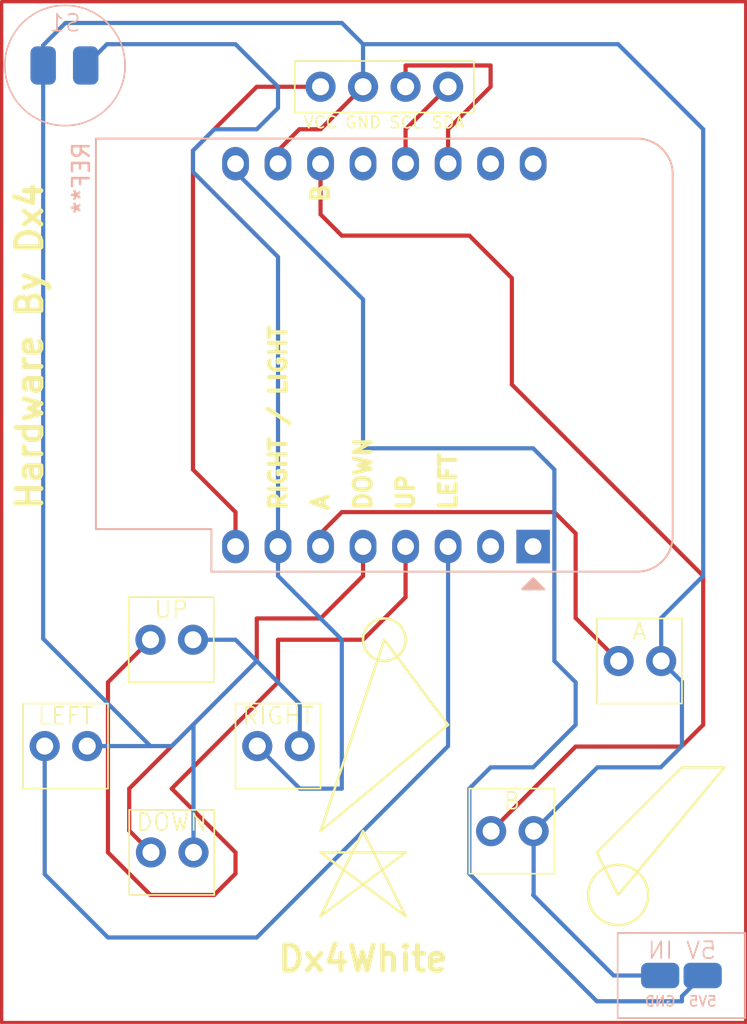
<source format=kicad_pcb>
(kicad_pcb (version 20221018) (generator pcbnew)
  (layers (0 "F.Cu" signal) (31 "B.Cu" signal) (34 "B.Paste" user) (35 "F.Paste" user) (36 "B.SilkS" user "B.Silkscreen") (37 "F.SilkS" user "F.Silkscreen") (38 "B.Mask" user) (39 "F.Mask" user) (44 "Edge.Cuts" user))
  (net 0 "")
  (footprint "WiFiTools:logo" (layer "F.Cu") (at 165.1 118.11)
    (fp_text reference "" (at 0 0) (layer "F.SilkS") (effects (font (size 1.5 1.5) (thickness 0.3))))
    (fp_text value "LOGO" hide)
  )
  (footprint "WiFiTools:Button" (layer "F.Cu") (at 144.75 114.3)
    (fp_text reference "UP" (at 0 -1.8 unlocked) (layer "F.SilkS") (effects (font (thickness 0.1))))
    (fp_text value "Button")
    (fp_line (start -2.54 -2.54) (end 2.54 -2.54) (stroke (width 0.1)) (layer "F.SilkS"))
    (fp_line (start -2.54 2.54) (end -2.54 -2.54) (stroke (width 0.1)) (layer "F.SilkS"))
    (fp_line (start 2.54 -2.54) (end 2.54 2.54) (stroke (width 0.1)) (layer "F.SilkS"))
    (fp_line (start 2.54 2.54) (end -2.54 2.54) (stroke (width 0.1)) (layer "F.SilkS"))
    (pad "1" thru_hole circle (at -1.24 0) (size 1.8 1.8) (drill 1.016) (layers "*.Cu" "*.Mask"))
    (pad "2" thru_hole circle (at 1.3 0) (size 1.8 1.8) (drill 1.016) (layers "*.Cu" "*.Mask"))
  )
  (footprint "WiFiTools:Button" (layer "F.Cu") (at 138.43 120.65)
    (fp_text reference "LEFT" (at 0 -1.8 unlocked) (layer "F.SilkS") (effects (font (thickness 0.1))))
    (fp_text value "Button")
    (fp_line (start -2.54 -2.54) (end 2.54 -2.54) (stroke (width 0.1)) (layer "F.SilkS"))
    (fp_line (start -2.54 2.54) (end -2.54 -2.54) (stroke (width 0.1)) (layer "F.SilkS"))
    (fp_line (start 2.54 -2.54) (end 2.54 2.54) (stroke (width 0.1)) (layer "F.SilkS"))
    (fp_line (start 2.54 2.54) (end -2.54 2.54) (stroke (width 0.1)) (layer "F.SilkS"))
    (pad "1" thru_hole circle (at -1.24 0) (size 1.8 1.8) (drill 1.016) (layers "*.Cu" "*.Mask"))
    (pad "2" thru_hole circle (at 1.3 0) (size 1.8 1.8) (drill 1.016) (layers "*.Cu" "*.Mask"))
  )
  (footprint "WiFiTools:Button" (layer "F.Cu") (at 144.78 127)
    (fp_text reference "DOWN" (at 0 -1.8 unlocked) (layer "F.SilkS") (effects (font (thickness 0.1))))
    (fp_text value "Button")
    (fp_line (start -2.54 -2.54) (end 2.54 -2.54) (stroke (width 0.1)) (layer "F.SilkS"))
    (fp_line (start -2.54 2.54) (end -2.54 -2.54) (stroke (width 0.1)) (layer "F.SilkS"))
    (fp_line (start 2.54 -2.54) (end 2.54 2.54) (stroke (width 0.1)) (layer "F.SilkS"))
    (fp_line (start 2.54 2.54) (end -2.54 2.54) (stroke (width 0.1)) (layer "F.SilkS"))
    (pad "1" thru_hole circle (at -1.24 0) (size 1.8 1.8) (drill 1.016) (layers "*.Cu" "*.Mask"))
    (pad "2" thru_hole circle (at 1.3 0) (size 1.8 1.8) (drill 1.016) (layers "*.Cu" "*.Mask"))
  )
  (footprint "WiFiTools:Button" (layer "F.Cu") (at 151.13 120.65)
    (fp_text reference "RIGHT" (at 0 -1.8 unlocked) (layer "F.SilkS") (effects (font (thickness 0.1))))
    (fp_text value "Button")
    (fp_line (start -2.54 -2.54) (end 2.54 -2.54) (stroke (width 0.1)) (layer "F.SilkS"))
    (fp_line (start -2.54 2.54) (end -2.54 -2.54) (stroke (width 0.1)) (layer "F.SilkS"))
    (fp_line (start 2.54 -2.54) (end 2.54 2.54) (stroke (width 0.1)) (layer "F.SilkS"))
    (fp_line (start 2.54 2.54) (end -2.54 2.54) (stroke (width 0.1)) (layer "F.SilkS"))
    (pad "1" thru_hole circle (at -1.24 0) (size 1.8 1.8) (drill 1.016) (layers "*.Cu" "*.Mask"))
    (pad "2" thru_hole circle (at 1.3 0) (size 1.8 1.8) (drill 1.016) (layers "*.Cu" "*.Mask"))
  )
  (footprint "WiFiTools:Button" (layer "F.Cu") (at 172.72 115.57)
    (fp_text reference "A" (at 0 -1.8 unlocked) (layer "F.SilkS") (effects (font (thickness 0.1))))
    (fp_text value "Button")
    (fp_line (start -2.54 -2.54) (end 2.54 -2.54) (stroke (width 0.1)) (layer "F.SilkS"))
    (fp_line (start -2.54 2.54) (end -2.54 -2.54) (stroke (width 0.1)) (layer "F.SilkS"))
    (fp_line (start 2.54 -2.54) (end 2.54 2.54) (stroke (width 0.1)) (layer "F.SilkS"))
    (fp_line (start 2.54 2.54) (end -2.54 2.54) (stroke (width 0.1)) (layer "F.SilkS"))
    (pad "1" thru_hole circle (at -1.24 0) (size 1.8 1.8) (drill 1.016) (layers "*.Cu" "*.Mask"))
    (pad "2" thru_hole circle (at 1.3 0) (size 1.8 1.8) (drill 1.016) (layers "*.Cu" "*.Mask"))
  )
  (footprint "WiFiTools:Button" (layer "F.Cu") (at 165.1 125.73)
    (fp_text reference "B" (at 0 -1.8 unlocked) (layer "F.SilkS") (effects (font (thickness 0.1))))
    (fp_text value "Button" hide)
    (fp_line (start -2.54 -2.54) (end 2.54 -2.54) (stroke (width 0.1)) (layer "F.SilkS"))
    (fp_line (start -2.54 2.54) (end -2.54 -2.54) (stroke (width 0.1)) (layer "F.SilkS"))
    (fp_line (start 2.54 -2.54) (end 2.54 2.54) (stroke (width 0.1)) (layer "F.SilkS"))
    (fp_line (start 2.54 2.54) (end -2.54 2.54) (stroke (width 0.1)) (layer "F.SilkS"))
    (pad "1" thru_hole circle (at -1.24 0) (size 1.8 1.8) (drill 1.016) (layers "*.Cu" "*.Mask"))
    (pad "2" thru_hole circle (at 1.3 0) (size 1.8 1.8) (drill 1.016) (layers "*.Cu" "*.Mask"))
  )
  (footprint "WiFiTools:oled" (layer "F.Cu") (at 158.75 86.36)
    (fp_text reference "Display" hide)
    (fp_text value "oled")
    (fp_text user "SDA" (at 2.54 -2.54 unlocked) (layer "F.SilkS") (effects (font (size 0.7 0.7) (thickness 0.1)) (justify bottom)))
    (fp_text user "SCL" (at 0 -2.54 unlocked) (layer "F.SilkS") (effects (font (size 0.7 0.7) (thickness 0.1)) (justify bottom)))
    (fp_text user "VCC" (at -5.08 -2.54 unlocked) (layer "F.SilkS") (effects (font (size 0.7 0.7) (thickness 0.1)) (justify bottom)))
    (fp_text user "GND" (at -2.54 -2.54 unlocked) (layer "F.SilkS") (effects (font (size 0.7 0.7) (thickness 0.1)) (justify bottom)))
    (fp_line (start -6.62 -6.62) (end 4.08 -6.62) (stroke (width 0.1)) (layer "F.SilkS"))
    (fp_line (start -6.62 -3.54) (end -6.62 -6.62) (stroke (width 0.1)) (layer "F.SilkS"))
    (fp_line (start 4.08 -6.62) (end 4.08 -3.54) (stroke (width 0.1)) (layer "F.SilkS"))
    (fp_line (start 4.08 -3.54) (end -6.62 -3.54) (stroke (width 0.1)) (layer "F.SilkS"))
    (pad "1" thru_hole circle (at -5.08 -5.08) (size 1.8 1.8) (drill 1.016) (layers "*.Cu" "*.Mask"))
    (pad "2" thru_hole circle (at -2.54 -5.08) (size 1.8 1.8) (drill 1.016) (layers "*.Cu" "*.Mask"))
    (pad "3" thru_hole circle (at 0 -5.08) (size 1.8 1.8) (drill 1.016) (layers "*.Cu" "*.Mask"))
    (pad "4" thru_hole circle (at 2.54 -5.08) (size 1.8 1.8) (drill 1.016) (layers "*.Cu" "*.Mask"))
  )
  (footprint "Module:WEMOS_D1_mini_light" (layer "B.Cu") (at 166.37 108.735 90)
    (fp_text reference "REF**" (at 22 -27 90) (layer "B.SilkS") (effects (justify mirror)))
    (fp_text value "WEMOS_D1_mini_light")
    (fp_line (start -1.5 -19.22) (end -1.5 6.21) (stroke (width 0.12)) (layer "B.SilkS"))
    (fp_line (start -1.5 -19.22) (end 1.04 -19.22) (stroke (width 0.12)) (layer "B.SilkS"))
    (fp_line (start 1.04 -26.12) (end 24.36 -26.12) (stroke (width 0.12)) (layer "B.SilkS"))
    (fp_line (start 1.04 -19.22) (end 1.04 -26.12) (stroke (width 0.12)) (layer "B.SilkS"))
    (fp_line (start 22.24 8.34) (end 0.63 8.34) (stroke (width 0.12)) (layer "B.SilkS"))
    (fp_line (start 24.36 -26.12) (end 24.36 6.21) (stroke (width 0.12)) (layer "B.SilkS"))
    (fp_arc (start 0.63 8.34) (mid -0.876137 7.716137) (end -1.5 6.21) (stroke (width 0.12)) (layer "B.SilkS"))
    (fp_arc (start 24.36 6.21) (mid 23.736137 7.716137) (end 22.23 8.34) (stroke (width 0.12)) (layer "B.SilkS"))
    (fp_poly (pts (xy -2.54 0.635) (xy -2.54 -0.635) (xy -1.905 0)) (stroke (width 0.15)) (fill solid) (layer "B.SilkS"))
    (pad "1" thru_hole rect (at 0 0 90) (size 2 2) (drill 1) (layers "*.Cu" "*.Mask"))
    (pad "2" thru_hole oval (at 0 -2.54 90) (size 2 1.6) (drill 1) (layers "*.Cu" "*.Mask"))
    (pad "3" thru_hole oval (at 0 -5.08 90) (size 2 1.6) (drill 1) (layers "*.Cu" "*.Mask"))
    (pad "4" thru_hole oval (at 0 -7.62 90) (size 2 1.6) (drill 1) (layers "*.Cu" "*.Mask"))
    (pad "5" thru_hole oval (at 0 -10.16 90) (size 2 1.6) (drill 1) (layers "*.Cu" "*.Mask"))
    (pad "6" thru_hole oval (at 0 -12.7 90) (size 2 1.6) (drill 1) (layers "*.Cu" "*.Mask"))
    (pad "7" thru_hole oval (at 0 -15.24 90) (size 2 1.6) (drill 1) (layers "*.Cu" "*.Mask"))
    (pad "8" thru_hole oval (at 0 -17.78 90) (size 2 1.6) (drill 1) (layers "*.Cu" "*.Mask"))
    (pad "9" thru_hole oval (at 22.86 -17.78 90) (size 2 1.6) (drill 1) (layers "*.Cu" "*.Mask"))
    (pad "10" thru_hole oval (at 22.86 -15.24 90) (size 2 1.6) (drill 1) (layers "*.Cu" "*.Mask"))
    (pad "11" thru_hole oval (at 22.86 -12.7 90) (size 2 1.6) (drill 1) (layers "*.Cu" "*.Mask"))
    (pad "12" thru_hole oval (at 22.86 -10.16 90) (size 2 1.6) (drill 1) (layers "*.Cu" "*.Mask"))
    (pad "13" thru_hole oval (at 22.86 -7.62 90) (size 2 1.6) (drill 1) (layers "*.Cu" "*.Mask"))
    (pad "14" thru_hole oval (at 22.86 -5.08 90) (size 2 1.6) (drill 1) (layers "*.Cu" "*.Mask"))
    (pad "15" thru_hole oval (at 22.86 -2.54 90) (size 2 1.6) (drill 1) (layers "*.Cu" "*.Mask"))
    (pad "16" thru_hole oval (at 22.86 0 90) (size 2 1.6) (drill 1) (layers "*.Cu" "*.Mask"))
  )
  (footprint "WiFiTools:Power 5V" (layer "B.Cu") (at 175.26 133.35 180)
    (fp_text reference "5V IN" (at 0 0.5 unlocked) (layer "B.SilkS") (effects (font (thickness 0.1)) (justify mirror)))
    (fp_text value "Power 5V")
    (fp_text user "5V5" (at -1.24 -2.54 unlocked) (layer "B.SilkS") (effects (font (size 0.6 0.6) (thickness 0.1)) (justify mirror)))
    (fp_text user "GND" (at 1.3 -2.54 unlocked) (layer "B.SilkS") (effects (font (size 0.6 0.6) (thickness 0.1)) (justify mirror)))
    (fp_line (start -3.78 -3.54) (end -3.78 1.54) (stroke (width 0.1)) (layer "B.SilkS"))
    (fp_line (start -3.78 1.54) (end 3.84 1.54) (stroke (width 0.1)) (layer "B.SilkS"))
    (fp_line (start 3.84 -3.54) (end -3.78 -3.54) (stroke (width 0.1)) (layer "B.SilkS"))
    (fp_line (start 3.84 1.54) (end 3.84 -3.54) (stroke (width 0.1)) (layer "B.SilkS"))
    (pad "1" smd roundrect (at -1.24 -1 180) (size 2.286 1.524) (layers "B.Cu" "B.Paste" "B.Mask"))
    (pad "2" smd roundrect (at 1.3 -1 180) (size 2.286 1.524) (layers "B.Cu" "B.Paste" "B.Mask"))
  )
  (footprint "WiFiTools:Senter" (layer "B.Cu") (at 138.4 80.01 180)
    (fp_text reference "S1" (at 0 2.54 unlocked) (layer "B.SilkS") (effects (font (thickness 0.1)) (justify mirror)))
    (fp_text value "Senter")
    (fp_circle (center 0 0) (end -2.54 2.54) (stroke (width 0.1)) (fill none) (layer "B.SilkS"))
    (pad "1" smd roundrect (at -1.24 0 90) (size 2.286 1.524) (layers "B.Cu" "B.Paste" "B.Mask"))
    (pad "2" smd roundrect (at 1.3 0 90) (size 2.286 1.524) (layers "B.Cu" "B.Paste" "B.Mask"))
  )
  (gr_line (start 179.07 137.16) (end 179.07 76.2) (stroke (width 0.2)) (layer "F.Cu"))
  (gr_line (start 179.07 76.2) (end 134.62 76.2) (stroke (width 0.2)) (layer "F.Cu"))
  (gr_line (start 134.62 137.16) (end 179.07 137.16) (stroke (width 0.2)) (layer "F.Cu"))
  (gr_line (start 134.62 76.2) (end 134.62 137.16) (stroke (width 0.2)) (layer "F.Cu"))
  (gr_line (start 153.67 127) (end 158.75 127) (stroke (width 0.15)) (layer "F.SilkS"))
  (gr_line (start 153.67 130.81) (end 156.21 125.73) (stroke (width 0.15)) (layer "F.SilkS"))
  (gr_line (start 175.26 121.92) (end 177.8 121.92) (stroke (width 0.15)) (layer "F.SilkS"))
  (gr_line (start 157.48 114.3) (end 161.29 119.38) (stroke (width 0.15)) (layer "F.SilkS"))
  (gr_line (start 161.29 119.38) (end 153.67 125.73) (stroke (width 0.15)) (layer "F.SilkS"))
  (gr_line (start 171.45 129.54) (end 170.18 127) (stroke (width 0.15)) (layer "F.SilkS"))
  (gr_line (start 158.75 130.81) (end 153.67 127) (stroke (width 0.15)) (layer "F.SilkS"))
  (gr_line (start 153.67 125.73) (end 157.48 114.3) (stroke (width 0.15)) (layer "F.SilkS"))
  (gr_circle (center 157.48 114.3) (end 158.75 114.3) (stroke (width 0.15)) (fill none) (layer "F.SilkS"))
  (gr_line (start 170.18 127) (end 175.26 121.92) (stroke (width 0.15)) (layer "F.SilkS"))
  (gr_line (start 177.8 121.92) (end 171.45 129.54) (stroke (width 0.15)) (layer "F.SilkS"))
  (gr_line (start 158.75 127) (end 153.67 130.81) (stroke (width 0.15)) (layer "F.SilkS"))
  (gr_line (start 156.21 125.73) (end 158.75 130.81) (stroke (width 0.15)) (layer "F.SilkS"))
  (gr_circle (center 171.45 129.54) (end 170.18 130.81) (stroke (width 0.15)) (fill none) (layer "F.SilkS"))
  (gr_text "Dx4White" (at 156.21 133.35) (layer "F.SilkS") (effects (font (size 1.5 1.5) (thickness 0.3) bold)))
  (gr_text "RIGHT / LIGHT\n" (at 151.13 106.68 90) (layer "F.SilkS") (effects (font (size 1 1) (thickness 0.25) bold) (justify left)))
  (gr_text "B" (at 153.67 87.63 90) (layer "F.SilkS") (effects (font (size 1 1) (thickness 0.25) bold)))
  (gr_text "DOWN" (at 156.21 106.68 90) (layer "F.SilkS") (effects (font (size 1 1) (thickness 0.25) bold) (justify left)))
  (gr_text "UP" (at 158.75 106.68 90) (layer "F.SilkS") (effects (font (size 1 1) (thickness 0.25) bold) (justify left)))
  (gr_text "LEFT" (at 161.29 106.68 90) (layer "F.SilkS") (effects (font (size 1 1) (thickness 0.25) bold) (justify left)))
  (gr_text "Hardware By Dx4" (at 137.16 106.68 90) (layer "F.SilkS") (effects (font (size 1.5 1.5) (thickness 0.3) bold) (justify left bottom)))
  (gr_text "A" (at 153.67 106.68 90) (layer "F.SilkS") (effects (font (size 1 1) (thickness 0.25) bold) (justify left)))
  (segment (start 168.91 113) (end 171.48 115.57) (width 0.25) (layer "F.Cu") (net 0))
  (segment (start 153.67 85.875) (end 153.67 88.9) (width 0.25) (layer "F.Cu") (net 0))
  (segment (start 167.64 106.68) (end 168.91 107.95) (width 0.25) (layer "F.Cu") (net 0))
  (segment (start 148.59 128.27) (end 148.59 127) (width 0.25) (layer "F.Cu") (net 0))
  (segment (start 148.59 106.68) (end 146.05 104.14) (width 0.25) (layer "F.Cu") (net 0))
  (segment (start 158.75 111.76) (end 158.75 108.735) (width 0.25) (layer "F.Cu") (net 0))
  (segment (start 161.29 83.82) (end 163.83 81.28) (width 0.25) (layer "F.Cu") (net 0))
  (segment (start 149.86 115.57) (end 142.24 123.19) (width 0.25) (layer "F.Cu") (net 0))
  (segment (start 153.67 108.735) (end 153.67 107.95) (width 0.25) (layer "F.Cu") (net 0))
  (segment (start 152.4 83.82) (end 151.13 85.09) (width 0.25) (layer "F.Cu") (net 0))
  (segment (start 156.21 114.3) (end 158.75 111.76) (width 0.25) (layer "F.Cu") (net 0))
  (segment (start 140.97 127) (end 143.51 129.54) (width 0.25) (layer "F.Cu") (net 0))
  (segment (start 153.67 113.03) (end 149.86 113.03) (width 0.25) (layer "F.Cu") (net 0))
  (segment (start 154.94 90.17) (end 162.56 90.17) (width 0.25) (layer "F.Cu") (net 0))
  (segment (start 161.29 81.28) (end 158.75 83.82) (width 0.25) (layer "F.Cu") (net 0))
  (segment (start 149.86 81.28) (end 153.67 81.28) (width 0.25) (layer "F.Cu") (net 0))
  (segment (start 165.1 92.71) (end 165.1 99.06) (width 0.25) (layer "F.Cu") (net 0))
  (segment (start 176.53 110.49) (end 176.53 119.38) (width 0.25) (layer "F.Cu") (net 0))
  (segment (start 163.83 80.01) (end 158.75 80.01) (width 0.25) (layer "F.Cu") (net 0))
  (segment (start 148.59 127) (end 144.78 123.19) (width 0.25) (layer "F.Cu") (net 0))
  (segment (start 147.32 129.54) (end 148.59 128.27) (width 0.25) (layer "F.Cu") (net 0))
  (segment (start 143.51 114.3) (end 140.97 116.84) (width 0.25) (layer "F.Cu") (net 0))
  (segment (start 175.23 120.68) (end 168.91 120.68) (width 0.25) (layer "F.Cu") (net 0))
  (segment (start 153.67 88.9) (end 154.94 90.17) (width 0.25) (layer "F.Cu") (net 0))
  (segment (start 176.53 119.38) (end 175.23 120.68) (width 0.25) (layer "F.Cu") (net 0))
  (segment (start 142.24 123.19) (end 142.24 125.7) (width 0.25) (layer "F.Cu") (net 0))
  (segment (start 158.75 83.82) (end 158.75 85.875) (width 0.25) (layer "F.Cu") (net 0))
  (segment (start 148.59 108.735) (end 148.59 106.68) (width 0.25) (layer "F.Cu") (net 0))
  (segment (start 146.05 85.09) (end 149.86 81.28) (width 0.25) (layer "F.Cu") (net 0))
  (segment (start 144.78 123.19) (end 151.13 116.84) (width 0.25) (layer "F.Cu") (net 0))
  (segment (start 153.67 83.82) (end 152.4 83.82) (width 0.25) (layer "F.Cu") (net 0))
  (segment (start 156.21 110.49) (end 153.67 113.03) (width 0.25) (layer "F.Cu") (net 0))
  (segment (start 158.75 80.01) (end 158.75 81.28) (width 0.25) (layer "F.Cu") (net 0))
  (segment (start 143.51 129.54) (end 147.32 129.54) (width 0.25) (layer "F.Cu") (net 0))
  (segment (start 153.67 107.95) (end 154.94 106.68) (width 0.25) (layer "F.Cu") (net 0))
  (segment (start 149.86 113.03) (end 149.86 115.57) (width 0.25) (layer "F.Cu") (net 0))
  (segment (start 142.24 125.7) (end 143.54 127) (width 0.25) (layer "F.Cu") (net 0))
  (segment (start 168.91 107.95) (end 168.91 113) (width 0.25) (layer "F.Cu") (net 0))
  (segment (start 151.13 116.84) (end 151.13 114.3) (width 0.25) (layer "F.Cu") (net 0))
  (segment (start 156.21 108.735) (end 156.21 110.49) (width 0.25) (layer "F.Cu") (net 0))
  (segment (start 146.05 104.14) (end 146.05 85.09) (width 0.25) (layer "F.Cu") (net 0))
  (segment (start 168.91 120.68) (end 163.86 125.73) (width 0.25) (layer "F.Cu") (net 0))
  (segment (start 154.94 106.68) (end 167.64 106.68) (width 0.25) (layer "F.Cu") (net 0))
  (segment (start 161.29 85.875) (end 161.29 83.82) (width 0.25) (layer "F.Cu") (net 0))
  (segment (start 156.21 81.28) (end 153.67 83.82) (width 0.25) (layer "F.Cu") (net 0))
  (segment (start 165.1 99.06) (end 176.53 110.49) (width 0.25) (layer "F.Cu") (net 0))
  (segment (start 151.13 85.09) (end 151.13 85.875) (width 0.25) (layer "F.Cu") (net 0))
  (segment (start 140.97 116.84) (end 140.97 127) (width 0.25) (layer "F.Cu") (net 0))
  (segment (start 151.13 114.3) (end 156.21 114.3) (width 0.25) (layer "F.Cu") (net 0))
  (segment (start 162.56 90.17) (end 165.1 92.71) (width 0.25) (layer "F.Cu") (net 0))
  (segment (start 163.83 81.28) (end 163.83 80.01) (width 0.25) (layer "F.Cu") (net 0))
  (segment (start 154.94 123.19) (end 152.43 123.19) (width 0.25) (layer "B.Cu") (net 0))
  (segment (start 170.21 121.92) (end 173.99 121.92) (width 0.25) (layer "B.Cu") (net 0))
  (segment (start 171.45 78.74) (end 156.21 78.74) (width 0.25) (layer "B.Cu") (net 0))
  (segment (start 146.05 114.3) (end 148.59 114.3) (width 0.25) (layer "B.Cu") (net 0))
  (segment (start 156.21 78.74) (end 156.21 81.28) (width 0.25) (layer "B.Cu") (net 0))
  (segment (start 149.86 83.82) (end 147.32 83.82) (width 0.25) (layer "B.Cu") (net 0))
  (segment (start 149.86 115.57) (end 146.05 119.38) (width 0.25) (layer "B.Cu") (net 0))
  (segment (start 143.51 120.65) (end 137.1 114.24) (width 0.25) (layer "B.Cu") (net 0))
  (segment (start 162.56 128.27) (end 162.56 123.19) (width 0.25) (layer "B.Cu") (net 0))
  (segment (start 147.32 83.82) (end 146.05 85.09) (width 0.25) (layer "B.Cu") (net 0))
  (segment (start 139.64 80.01) (end 140.91 78.74) (width 0.25) (layer "B.Cu") (net 0))
  (segment (start 162.56 128.27) (end 170.18 135.89) (width 0.25) (layer "B.Cu") (net 0))
  (segment (start 176.53 83.82) (end 171.45 78.74) (width 0.25) (layer "B.Cu") (net 0))
  (segment (start 146.05 119.38) (end 146.08 119.41) (width 0.25) (layer "B.Cu") (net 0))
  (segment (start 175.26 116.81) (end 174.02 115.57) (width 0.25) (layer "B.Cu") (net 0))
  (segment (start 152.43 118.14) (end 152.43 120.65) (width 0.25) (layer "B.Cu") (net 0))
  (segment (start 149.86 132.08) (end 161.29 120.65) (width 0.25) (layer "B.Cu") (net 0))
  (segment (start 137.1 114.24) (end 137.1 80.01) (width 0.25) (layer "B.Cu") (net 0))
  (segment (start 137.1 80.01) (end 137.1 78.8) (width 0.25) (layer "B.Cu") (net 0))
  (segment (start 171.18 134.35) (end 166.37 129.54) (width 0.25) (layer "B.Cu") (net 0))
  (segment (start 156.21 102.87) (end 156.21 93.98) (width 0.25) (layer "B.Cu") (net 0))
  (segment (start 151.13 91.44) (end 151.13 108.735) (width 0.25) (layer "B.Cu") (net 0))
  (segment (start 140.97 132.08) (end 149.86 132.08) (width 0.25) (layer "B.Cu") (net 0))
  (segment (start 168.91 119.38) (end 168.91 116.84) (width 0.25) (layer "B.Cu") (net 0))
  (segment (start 152.43 123.19) (end 149.89 120.65) (width 0.25) (layer "B.Cu") (net 0))
  (segment (start 137.1 78.8) (end 138.43 77.47) (width 0.25) (layer "B.Cu") (net 0))
  (segment (start 175.26 120.65) (end 175.26 116.81) (width 0.25) (layer "B.Cu") (net 0))
  (segment (start 151.13 82.55) (end 149.86 83.82) (width 0.25) (layer "B.Cu") (net 0))
  (segment (start 175.26 135.89) (end 170.18 135.89) (width 0.25) (layer "B.Cu") (net 0))
  (segment (start 151.13 81.28) (end 151.13 82.55) (width 0.25) (layer "B.Cu") (net 0))
  (segment (start 154.94 114.3) (end 154.94 123.19) (width 0.25) (layer "B.Cu") (net 0))
  (segment (start 173.99 121.92) (end 175.26 120.65) (width 0.25) (layer "B.Cu") (net 0))
  (segment (start 173.96 134.35) (end 171.18 134.35) (width 0.25) (layer "B.Cu") (net 0))
  (segment (start 166.37 102.87) (end 156.21 102.87) (width 0.25) (layer "B.Cu") (net 0))
  (segment (start 146.08 119.41) (end 146.08 127) (width 0.25) (layer "B.Cu") (net 0))
  (segment (start 174.02 113) (end 176.53 110.49) (width 0.25) (layer "B.Cu") (net 0))
  (segment (start 167.64 115.57) (end 167.64 104.14) (width 0.25) (layer "B.Cu") (net 0))
  (segment (start 146.05 119.38) (end 144.78 120.65) (width 0.25) (layer "B.Cu") (net 0))
  (segment (start 144.78 120.65) (end 143.51 120.65) (width 0.25) (layer "B.Cu") (net 0))
  (segment (start 148.59 114.3) (end 149.86 115.57) (width 0.25) (layer "B.Cu") (net 0))
  (segment (start 161.29 120.65) (end 161.29 108.735) (width 0.25) (layer "B.Cu") (net 0))
  (segment (start 154.94 77.47) (end 156.21 78.74) (width 0.25) (layer "B.Cu") (net 0))
  (segment (start 146.05 85.09) (end 146.05 86.36) (width 0.25) (layer "B.Cu") (net 0))
  (segment (start 176.53 110.49) (end 176.53 83.82) (width 0.25) (layer "B.Cu") (net 0))
  (segment (start 149.86 115.57) (end 152.43 118.14) (width 0.25) (layer "B.Cu") (net 0))
  (segment (start 151.13 110.49) (end 154.94 114.3) (width 0.25) (layer "B.Cu") (net 0))
  (segment (start 167.64 104.14) (end 166.37 102.87) (width 0.25) (layer "B.Cu") (net 0))
  (segment (start 166.37 121.92) (end 168.91 119.38) (width 0.25) (layer "B.Cu") (net 0))
  (segment (start 176.5 134.35) (end 175.26 135.59) (width 0.25) (layer "B.Cu") (net 0))
  (segment (start 148.59 78.74) (end 151.13 81.28) (width 0.25) (layer "B.Cu") (net 0))
  (segment (start 163.83 121.92) (end 166.37 121.92) (width 0.25) (layer "B.Cu") (net 0))
  (segment (start 156.21 93.98) (end 148.59 86.36) (width 0.25) (layer "B.Cu") (net 0))
  (segment (start 166.4 129.51) (end 166.4 125.73) (width 0.25) (layer "B.Cu") (net 0))
  (segment (start 175.26 135.59) (end 175.26 135.89) (width 0.25) (layer "B.Cu") (net 0))
  (segment (start 151.13 108.735) (end 151.13 110.49) (width 0.25) (layer "B.Cu") (net 0))
  (segment (start 168.91 116.84) (end 167.64 115.57) (width 0.25) (layer "B.Cu") (net 0))
  (segment (start 137.19 120.65) (end 137.19 128.3) (width 0.25) (layer "B.Cu") (net 0))
  (segment (start 138.43 77.47) (end 154.94 77.47) (width 0.25) (layer "B.Cu") (net 0))
  (segment (start 166.37 129.54) (end 166.4 129.51) (width 0.25) (layer "B.Cu") (net 0))
  (segment (start 174.02 115.57) (end 174.02 113) (width 0.25) (layer "B.Cu") (net 0))
  (segment (start 140.91 78.74) (end 148.59 78.74) (width 0.25) (layer "B.Cu") (net 0))
  (segment (start 146.05 86.36) (end 151.13 91.44) (width 0.25) (layer "B.Cu") (net 0))
  (segment (start 137.19 128.3) (end 140.97 132.08) (width 0.25) (layer "B.Cu") (net 0))
  (segment (start 143.51 120.65) (end 139.73 120.65) (width 0.25) (layer "B.Cu") (net 0))
  (segment (start 148.59 86.36) (end 148.59 85.875) (width 0.25) (layer "B.Cu") (net 0))
  (segment (start 162.56 123.19) (end 163.83 121.92) (width 0.25) (layer "B.Cu") (net 0))
  (segment (start 166.4 125.73) (end 170.21 121.92) (width 0.25) (layer "B.Cu") (net 0))
)
</source>
